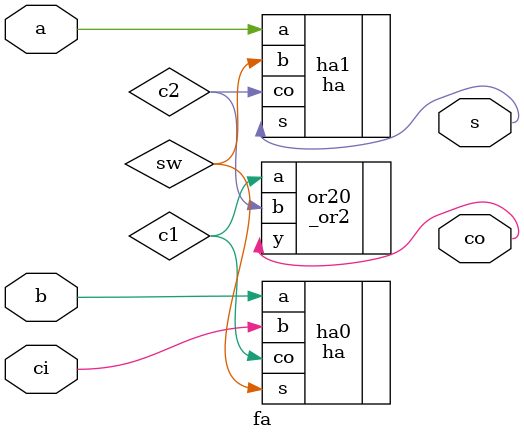
<source format=v>
module fa(a, b, ci, co, s);		// full adder
	input a, b, ci;		// 1-bit input a, b and cin
	output co, s;		// 1-bit output cout and sum
	wire c1, c2, sw;		// wire
	
	// connect 2 half adders
	ha ha0(.a(b), .b(ci), .co(c1), .s(sw));
	ha ha1(.a(a), .b(sw), .co(c2), .s(s));
	_or2 or20(.a(c1), .b(c2), .y(co));
	
endmodule

</source>
